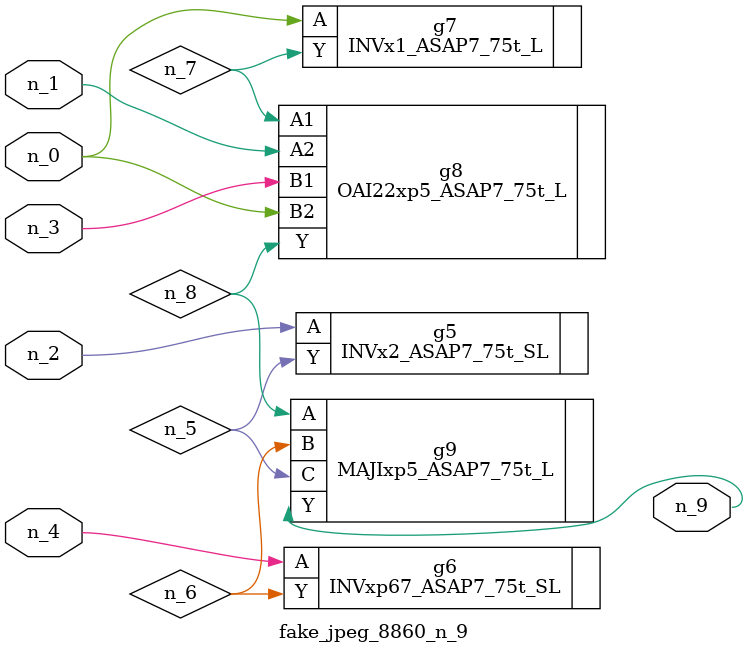
<source format=v>
module fake_jpeg_8860_n_9 (n_3, n_2, n_1, n_0, n_4, n_9);

input n_3;
input n_2;
input n_1;
input n_0;
input n_4;

output n_9;

wire n_8;
wire n_6;
wire n_5;
wire n_7;

INVx2_ASAP7_75t_SL g5 ( 
.A(n_2),
.Y(n_5)
);

INVxp67_ASAP7_75t_SL g6 ( 
.A(n_4),
.Y(n_6)
);

INVx1_ASAP7_75t_L g7 ( 
.A(n_0),
.Y(n_7)
);

OAI22xp5_ASAP7_75t_L g8 ( 
.A1(n_7),
.A2(n_1),
.B1(n_3),
.B2(n_0),
.Y(n_8)
);

MAJIxp5_ASAP7_75t_L g9 ( 
.A(n_8),
.B(n_6),
.C(n_5),
.Y(n_9)
);


endmodule
</source>
